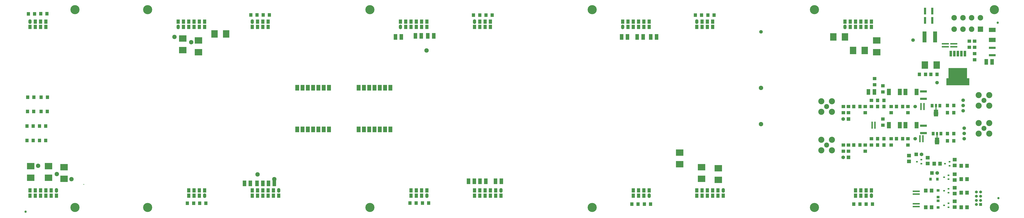
<source format=gts>
G04 Layer_Color=8388736*
%FSLAX44Y44*%
%MOMM*%
G71*
G01*
G75*
%ADD41R,1.3970X1.6510*%
%ADD91R,2.0320X3.1750*%
%ADD92R,0.5080X4.0640*%
%ADD93R,0.5080X1.2700*%
%ADD94R,1.1684X2.7016*%
%ADD95R,10.8966X2.7016*%
%ADD96R,0.9016X0.7016*%
%ADD97R,0.9016X0.7016*%
%ADD98R,1.2016X1.3216*%
%ADD99R,1.5000X1.7000*%
%ADD100R,1.0160X1.6256*%
%ADD101R,0.8128X1.6256*%
%ADD102R,2.2606X1.3716*%
%ADD103R,1.8500X2.7400*%
%ADD104R,3.1016X3.6016*%
%ADD105R,1.9516X5.3016*%
%ADD106R,1.8500X3.0500*%
%ADD107R,3.3016X1.1016*%
%ADD108R,1.7016X2.8016*%
%ADD109R,1.5016X1.7016*%
%ADD110R,1.9016X1.7016*%
%ADD111R,0.7000X3.5000*%
%ADD112R,3.2500X2.0600*%
%ADD113R,3.5000X0.7000*%
%ADD114R,1.3216X1.2016*%
%ADD115R,1.7016X1.9016*%
%ADD116R,1.1016X3.3016*%
%ADD117R,1.7000X1.5000*%
%ADD118R,3.6016X3.1016*%
%ADD119C,1.7016*%
%ADD120R,1.5240X2.0066*%
%ADD121O,1.5240X2.2606*%
%ADD122R,1.5016X2.0066*%
%ADD123C,2.6416*%
%ADD124R,2.6416X2.6416*%
%ADD125C,2.4000*%
%ADD126C,2.9400*%
%ADD127R,1.7716X1.7716*%
%ADD128C,1.7716*%
%ADD129C,1.3716*%
%ADD130R,1.3716X1.3716*%
%ADD131C,1.1016*%
%ADD132C,2.1016*%
%ADD133C,0.3700*%
%ADD134C,4.3800*%
G36*
X4535180Y703660D02*
X4535280Y703651D01*
X4535375Y703622D01*
X4535463Y703574D01*
X4535541Y703511D01*
X4535604Y703433D01*
X4535652Y703345D01*
X4535681Y703249D01*
X4535690Y703150D01*
X4535691Y654130D01*
X4546610D01*
X4546710Y654121D01*
X4546805Y654092D01*
X4546894Y654044D01*
X4546971Y653981D01*
X4547034Y653904D01*
X4547082Y653815D01*
X4547111Y653720D01*
X4547120Y653620D01*
Y620600D01*
X4547111Y620500D01*
X4547082Y620405D01*
X4547034Y620316D01*
X4546971Y620239D01*
X4546894Y620176D01*
X4546805Y620128D01*
X4546710Y620099D01*
X4546610Y620089D01*
X4437390D01*
X4437290Y620099D01*
X4437195Y620128D01*
X4437106Y620176D01*
X4437029Y620239D01*
X4436966Y620316D01*
X4436918Y620405D01*
X4436889Y620500D01*
X4436880Y620600D01*
Y652350D01*
X4436889Y652450D01*
X4436918Y652545D01*
X4436966Y652634D01*
X4437029Y652711D01*
X4437106Y652774D01*
X4437195Y652822D01*
X4437290Y652851D01*
X4437390Y652860D01*
X4447039D01*
Y703150D01*
X4447049Y703250D01*
X4447079Y703345D01*
X4447126Y703434D01*
X4447189Y703511D01*
X4447267Y703574D01*
X4447355Y703622D01*
X4447450Y703651D01*
X4447550Y703661D01*
X4535180Y703660D01*
D02*
G37*
D41*
X4368585Y522365D02*
D03*
X4405415D02*
D03*
X4373584Y387365D02*
D03*
X4410414D02*
D03*
D91*
X4387000Y486805D02*
D03*
D03*
D03*
X4391999Y351805D02*
D03*
D03*
D03*
D92*
X4387000Y498870D02*
D03*
X4391999Y363870D02*
D03*
D93*
X4387000Y505220D02*
D03*
X4391999Y370219D02*
D03*
D94*
X4492000Y773000D02*
D03*
X4509018D02*
D03*
X4526036D02*
D03*
X4474982D02*
D03*
X4457964D02*
D03*
D95*
X4492000Y640920D02*
D03*
D96*
X4425410Y42525D02*
D03*
X4295410Y252525D02*
D03*
X4430410Y242525D02*
D03*
X4425410Y177525D02*
D03*
Y112525D02*
D03*
D97*
X4447000Y52050D02*
D03*
X4447000Y33000D02*
D03*
X4317000Y262050D02*
D03*
X4317000Y243000D02*
D03*
X4452000Y252050D02*
D03*
X4452000Y233000D02*
D03*
X4447000Y187050D02*
D03*
X4447000Y168000D02*
D03*
X4447000Y122050D02*
D03*
X4447000Y103000D02*
D03*
D98*
X4393350Y168000D02*
D03*
X4360650D02*
D03*
D99*
X113865Y354977D02*
D03*
X83865D02*
D03*
X4442000Y523000D02*
D03*
X4472000D02*
D03*
X3992000Y333000D02*
D03*
X4022000D02*
D03*
X3992000Y518000D02*
D03*
X4022000D02*
D03*
X4442000Y353000D02*
D03*
X4472000D02*
D03*
X4442000Y488000D02*
D03*
X4472000D02*
D03*
X852539Y52551D02*
D03*
X882539D02*
D03*
X1922000Y53000D02*
D03*
X1952000D02*
D03*
X2987000Y48000D02*
D03*
X3017000D02*
D03*
X4052000D02*
D03*
X4082000D02*
D03*
X3262000Y958000D02*
D03*
X3232000D02*
D03*
X2197000D02*
D03*
X2167000D02*
D03*
X1128347Y959559D02*
D03*
X1098347D02*
D03*
X60446Y964277D02*
D03*
X30446D02*
D03*
X4197000Y363000D02*
D03*
X4227000D02*
D03*
X4197000Y518000D02*
D03*
X4227000D02*
D03*
X823694Y52303D02*
D03*
X793694D02*
D03*
X1892000Y53000D02*
D03*
X1862000D02*
D03*
X2957000Y48000D02*
D03*
X2927000D02*
D03*
X4022000D02*
D03*
X3992000D02*
D03*
X3292000Y958000D02*
D03*
X3322000D02*
D03*
X2227000D02*
D03*
X2257000D02*
D03*
X1157440Y958814D02*
D03*
X1187440D02*
D03*
X90036Y965270D02*
D03*
X120036D02*
D03*
X4107000Y333000D02*
D03*
X4137000D02*
D03*
X4107000Y363000D02*
D03*
X4137000D02*
D03*
X4107000Y518000D02*
D03*
X4137000D02*
D03*
X4107000Y548000D02*
D03*
X4137000D02*
D03*
X4362000Y673000D02*
D03*
X4392000D02*
D03*
X122000Y563000D02*
D03*
X92000D02*
D03*
X121314Y494105D02*
D03*
X91314D02*
D03*
X113865Y424276D02*
D03*
X83865D02*
D03*
X4442000Y388000D02*
D03*
X4472000D02*
D03*
D100*
X4387000Y523000D02*
D03*
X4392000Y388000D02*
D03*
D101*
X4367950Y523000D02*
D03*
X4406050D02*
D03*
X4372950Y388000D02*
D03*
X4411050D02*
D03*
D102*
X4387000Y484900D02*
D03*
X4392000Y349900D02*
D03*
D103*
X1320800Y407650D02*
D03*
X1346200D02*
D03*
X1371600D02*
D03*
X1397000D02*
D03*
X1422400D02*
D03*
X1447800D02*
D03*
X1473200D02*
D03*
Y608350D02*
D03*
X1447800D02*
D03*
X1422400D02*
D03*
X1397000D02*
D03*
X1371600D02*
D03*
X1346200D02*
D03*
X1320800D02*
D03*
X1615800D02*
D03*
X1641200D02*
D03*
X1666600D02*
D03*
X1692000D02*
D03*
X1717400D02*
D03*
X1742800D02*
D03*
X1768200D02*
D03*
Y407650D02*
D03*
X1742800D02*
D03*
X1717400D02*
D03*
X1692000D02*
D03*
X1666600D02*
D03*
X1641200D02*
D03*
X1615800D02*
D03*
D104*
X4333943Y718000D02*
D03*
X4390056D02*
D03*
X3950056Y853000D02*
D03*
X3893943D02*
D03*
X3988943Y788000D02*
D03*
X4045056D02*
D03*
X980057Y868000D02*
D03*
X923943D02*
D03*
D105*
X4331750Y853000D02*
D03*
X4382250D02*
D03*
D106*
X4213500Y588000D02*
D03*
X4160500D02*
D03*
X4293500Y428000D02*
D03*
X4240500D02*
D03*
X4213500D02*
D03*
X4160500D02*
D03*
X4293500Y588000D02*
D03*
X4240500D02*
D03*
D107*
X4327000Y590500D02*
D03*
Y555500D02*
D03*
X4657000Y800500D02*
D03*
Y765500D02*
D03*
X4327000Y425500D02*
D03*
Y390500D02*
D03*
D108*
X4063000Y588000D02*
D03*
X4091000D02*
D03*
X1888000Y858000D02*
D03*
X1916000D02*
D03*
X2906000Y853000D02*
D03*
X2878000D02*
D03*
X1211000Y148000D02*
D03*
X1183000D02*
D03*
X2273000Y158000D02*
D03*
X2301000D02*
D03*
X1821000Y853000D02*
D03*
X1793000D02*
D03*
X2953000D02*
D03*
X2981000D02*
D03*
X1156000Y148000D02*
D03*
X1128000D02*
D03*
X2226000Y158000D02*
D03*
X2198000D02*
D03*
X4628000Y733000D02*
D03*
X4656000D02*
D03*
X2143000Y158000D02*
D03*
X2171000D02*
D03*
X1976000Y858000D02*
D03*
X1948000D02*
D03*
X1068000Y148000D02*
D03*
X1096000D02*
D03*
X3046000Y853000D02*
D03*
X3018000D02*
D03*
D109*
X4307000Y673000D02*
D03*
X4337000D02*
D03*
X27000Y563000D02*
D03*
X57000D02*
D03*
X56314Y494105D02*
D03*
X26314D02*
D03*
X23865Y424276D02*
D03*
X53865D02*
D03*
X23865Y354977D02*
D03*
X53865D02*
D03*
D110*
X4257000Y254000D02*
D03*
Y282000D02*
D03*
X4477000Y34000D02*
D03*
Y62000D02*
D03*
Y99000D02*
D03*
Y127000D02*
D03*
Y164000D02*
D03*
Y192000D02*
D03*
X4477000Y234000D02*
D03*
Y262000D02*
D03*
X4347000Y272000D02*
D03*
Y244000D02*
D03*
D111*
X4315000Y518000D02*
D03*
X4329000D02*
D03*
X4094000Y428000D02*
D03*
X4080000D02*
D03*
X4310000Y363000D02*
D03*
X4324000D02*
D03*
D112*
X4657000Y838500D02*
D03*
Y887500D02*
D03*
D113*
X4292000Y36000D02*
D03*
Y50000D02*
D03*
Y110000D02*
D03*
Y96000D02*
D03*
X4472000Y806000D02*
D03*
Y820000D02*
D03*
X4432000Y806000D02*
D03*
Y820000D02*
D03*
D114*
X4397000Y31650D02*
D03*
Y64350D02*
D03*
Y114350D02*
D03*
Y81650D02*
D03*
D115*
X4338000Y33000D02*
D03*
X4366000D02*
D03*
X4508000D02*
D03*
X4536000D02*
D03*
Y103000D02*
D03*
X4508000D02*
D03*
X4536000Y168000D02*
D03*
X4508000D02*
D03*
X4536000Y233000D02*
D03*
X4508000D02*
D03*
X4378000Y243000D02*
D03*
X4406000D02*
D03*
X4338000Y113000D02*
D03*
X4366000D02*
D03*
D116*
X4369500Y933000D02*
D03*
X4334500D02*
D03*
X4369500Y978000D02*
D03*
X4334500D02*
D03*
D117*
X3967000Y303000D02*
D03*
Y333000D02*
D03*
X4047000Y303000D02*
D03*
Y333000D02*
D03*
X3967000Y488000D02*
D03*
Y518000D02*
D03*
X4047000Y488000D02*
D03*
Y518000D02*
D03*
X4172000Y333000D02*
D03*
Y363000D02*
D03*
X4252000Y333000D02*
D03*
Y363000D02*
D03*
X4172000Y488000D02*
D03*
Y518000D02*
D03*
X4252000Y488000D02*
D03*
Y518000D02*
D03*
X3942000Y303000D02*
D03*
Y333000D02*
D03*
X3942000Y488000D02*
D03*
Y518000D02*
D03*
X4077000Y333000D02*
D03*
Y363000D02*
D03*
X4077000Y518000D02*
D03*
Y548000D02*
D03*
X4547000Y833000D02*
D03*
Y803000D02*
D03*
X4572000Y833000D02*
D03*
Y803000D02*
D03*
Y773000D02*
D03*
Y743000D02*
D03*
X4132000Y458000D02*
D03*
Y428000D02*
D03*
Y618000D02*
D03*
Y588000D02*
D03*
X4092000Y623000D02*
D03*
Y653000D02*
D03*
D118*
X772000Y846057D02*
D03*
Y789943D02*
D03*
X3342000Y164943D02*
D03*
Y221057D02*
D03*
X202000Y169943D02*
D03*
Y226057D02*
D03*
X847000Y779943D02*
D03*
Y836057D02*
D03*
X3262000Y226057D02*
D03*
Y169943D02*
D03*
X127000Y231057D02*
D03*
Y174943D02*
D03*
X4102000Y779943D02*
D03*
Y836057D02*
D03*
X42000Y231057D02*
D03*
Y174943D02*
D03*
X3157000Y296057D02*
D03*
Y239943D02*
D03*
D119*
X4517000Y498000D02*
D03*
Y523400D02*
D03*
Y548800D02*
D03*
X4287000Y518000D02*
D03*
X4277000Y838000D02*
D03*
X4392000Y633000D02*
D03*
X4287000Y363000D02*
D03*
X4522000D02*
D03*
Y388400D02*
D03*
Y413800D02*
D03*
X3547000Y878000D02*
D03*
D120*
X114300Y88900D02*
D03*
X38100D02*
D03*
Y114300D02*
D03*
X63500Y88900D02*
D03*
Y114300D02*
D03*
X88900D02*
D03*
X165100Y88900D02*
D03*
X88900D02*
D03*
X139700D02*
D03*
Y114300D02*
D03*
X114300D02*
D03*
X1155700Y901700D02*
D03*
X1181100Y927100D02*
D03*
X1155700D02*
D03*
X1130300D02*
D03*
Y901700D02*
D03*
X1181100D02*
D03*
X1104900D02*
D03*
X114300D02*
D03*
X63500Y927100D02*
D03*
X88900D02*
D03*
X114300D02*
D03*
X88900Y901700D02*
D03*
X825500Y114300D02*
D03*
X800100Y88900D02*
D03*
X825500D02*
D03*
X850900D02*
D03*
Y114300D02*
D03*
X800100D02*
D03*
X876300D02*
D03*
X1866900Y901700D02*
D03*
X1841500D02*
D03*
Y927100D02*
D03*
X1892300D02*
D03*
X1816100D02*
D03*
X1892300Y901700D02*
D03*
X1917700D02*
D03*
Y927100D02*
D03*
X1943100Y901700D02*
D03*
Y927100D02*
D03*
X1866900D02*
D03*
X2171700Y901700D02*
D03*
X2247900D02*
D03*
X2197100D02*
D03*
Y927100D02*
D03*
X2222500D02*
D03*
X2247900D02*
D03*
X2222500Y901700D02*
D03*
X3289300D02*
D03*
X3314700Y927100D02*
D03*
X3289300D02*
D03*
X3263900D02*
D03*
Y901700D02*
D03*
X3314700D02*
D03*
X3238500D02*
D03*
X2933700D02*
D03*
X2908300D02*
D03*
Y927100D02*
D03*
X2959100D02*
D03*
X2882900D02*
D03*
X2959100Y901700D02*
D03*
X2984500D02*
D03*
Y927100D02*
D03*
X3009900Y901700D02*
D03*
Y927100D02*
D03*
X2933700D02*
D03*
X4000500Y901700D02*
D03*
X3975100D02*
D03*
Y927100D02*
D03*
X4025900D02*
D03*
X3949700D02*
D03*
X4025900Y901700D02*
D03*
X4051300D02*
D03*
Y927100D02*
D03*
X4076700Y901700D02*
D03*
Y927100D02*
D03*
X4000500D02*
D03*
X4076700Y114300D02*
D03*
X4000500D02*
D03*
X4051300D02*
D03*
Y88900D02*
D03*
X4025900D02*
D03*
X4000500D02*
D03*
X4025900Y114300D02*
D03*
X3314700D02*
D03*
X3340100D02*
D03*
Y88900D02*
D03*
X3289300D02*
D03*
X3365500D02*
D03*
X3289300Y114300D02*
D03*
X3263900D02*
D03*
Y88900D02*
D03*
X3238500Y114300D02*
D03*
Y88900D02*
D03*
X3314700D02*
D03*
X2959100Y114300D02*
D03*
X2933700Y88900D02*
D03*
X2959100D02*
D03*
X2984500D02*
D03*
Y114300D02*
D03*
X2933700D02*
D03*
X3009900D02*
D03*
X2247900D02*
D03*
X2273300D02*
D03*
Y88900D02*
D03*
X2222500D02*
D03*
X2298700D02*
D03*
X2222500Y114300D02*
D03*
X2197100D02*
D03*
Y88900D02*
D03*
X2171700Y114300D02*
D03*
Y88900D02*
D03*
X2247900D02*
D03*
X1943100Y114300D02*
D03*
X1866900D02*
D03*
X1917700D02*
D03*
Y88900D02*
D03*
X1892300D02*
D03*
X1866900D02*
D03*
X1892300Y114300D02*
D03*
X1181100D02*
D03*
X1206500D02*
D03*
Y88900D02*
D03*
X1155700D02*
D03*
X1231900D02*
D03*
X1155700Y114300D02*
D03*
X1130300D02*
D03*
Y88900D02*
D03*
X1104900Y114300D02*
D03*
Y88900D02*
D03*
X1181100D02*
D03*
X800100Y901700D02*
D03*
X774700D02*
D03*
Y927100D02*
D03*
X825500D02*
D03*
X749300D02*
D03*
X825500Y901700D02*
D03*
X850900D02*
D03*
Y927100D02*
D03*
X876300Y901700D02*
D03*
Y927100D02*
D03*
X800100D02*
D03*
D121*
X165100Y114300D02*
D03*
X1104900Y927100D02*
D03*
X38100D02*
D03*
X876300Y88900D02*
D03*
X1816100Y901700D02*
D03*
X2171700Y927100D02*
D03*
X3238500D02*
D03*
X2882900Y901700D02*
D03*
X3949700D02*
D03*
X4076700Y88900D02*
D03*
X3365500Y114300D02*
D03*
X3009900Y88900D02*
D03*
X2298700Y114300D02*
D03*
X1943100Y88900D02*
D03*
X1231900Y114300D02*
D03*
X749300Y901700D02*
D03*
D122*
X38100D02*
D03*
X63500D02*
D03*
D123*
X4474000Y945500D02*
D03*
X4516000D02*
D03*
X4558000D02*
D03*
X4600000D02*
D03*
X4474000Y890500D02*
D03*
X4516000D02*
D03*
X4558000D02*
D03*
D124*
X4600000D02*
D03*
D125*
X4617000Y548000D02*
D03*
X3862000Y333000D02*
D03*
X3862000Y518000D02*
D03*
X4617000Y413000D02*
D03*
D126*
X4642400Y522600D02*
D03*
Y573400D02*
D03*
X4591600Y522600D02*
D03*
Y573400D02*
D03*
X3887400Y307600D02*
D03*
Y358400D02*
D03*
X3836600Y307600D02*
D03*
Y358400D02*
D03*
X3887400Y492600D02*
D03*
Y543400D02*
D03*
X3836600Y492600D02*
D03*
Y543400D02*
D03*
X4642400Y387600D02*
D03*
Y438400D02*
D03*
X4591600Y387600D02*
D03*
Y438400D02*
D03*
D127*
X3967000Y458000D02*
D03*
X4367000Y198000D02*
D03*
X4292000Y288000D02*
D03*
X3967000Y273000D02*
D03*
D128*
X3941600Y458000D02*
D03*
X4392400Y198000D02*
D03*
X4317400Y288000D02*
D03*
X3941600Y273000D02*
D03*
D129*
X4601050Y66200D02*
D03*
Y86200D02*
D03*
Y106200D02*
D03*
X4581050Y46200D02*
D03*
Y66200D02*
D03*
Y86200D02*
D03*
Y106200D02*
D03*
D130*
X4601050Y46200D02*
D03*
D131*
X17000Y11750D02*
D03*
X4687000Y76750D02*
D03*
X4683250Y921750D02*
D03*
D132*
X3547000Y608000D02*
D03*
X1942000Y788000D02*
D03*
X237000Y168000D02*
D03*
X167000Y193000D02*
D03*
X77000Y233000D02*
D03*
X1130300Y191300D02*
D03*
X1211000Y168000D02*
D03*
X732000Y853000D02*
D03*
X812000Y828000D02*
D03*
X3547000Y433000D02*
D03*
D133*
X297000Y143000D02*
D03*
D134*
X603250Y984250D02*
D03*
X254000D02*
D03*
Y31750D02*
D03*
X603250D02*
D03*
X1670050D02*
D03*
X2736850D02*
D03*
X3803650D02*
D03*
X4667250D02*
D03*
Y984250D02*
D03*
X2736850D02*
D03*
X1670050D02*
D03*
X3803650D02*
D03*
M02*

</source>
